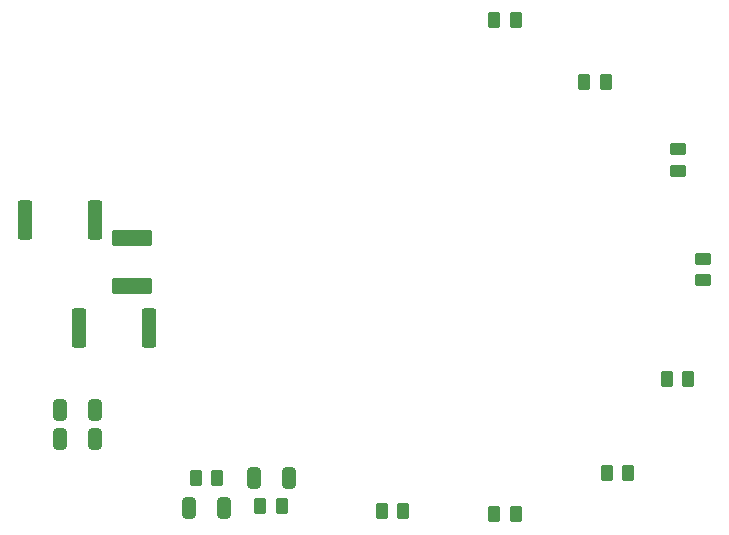
<source format=gbr>
%TF.GenerationSoftware,KiCad,Pcbnew,7.0.2-27-g7a50654f3b*%
%TF.CreationDate,2023-06-01T09:40:15-07:00*%
%TF.ProjectId,14_pin_pmt_Rev2,31345f70-696e-45f7-906d-745f52657632,rev?*%
%TF.SameCoordinates,Original*%
%TF.FileFunction,Paste,Top*%
%TF.FilePolarity,Positive*%
%FSLAX46Y46*%
G04 Gerber Fmt 4.6, Leading zero omitted, Abs format (unit mm)*
G04 Created by KiCad (PCBNEW 7.0.2-27-g7a50654f3b) date 2023-06-01 09:40:15*
%MOMM*%
%LPD*%
G01*
G04 APERTURE LIST*
G04 Aperture macros list*
%AMRoundRect*
0 Rectangle with rounded corners*
0 $1 Rounding radius*
0 $2 $3 $4 $5 $6 $7 $8 $9 X,Y pos of 4 corners*
0 Add a 4 corners polygon primitive as box body*
4,1,4,$2,$3,$4,$5,$6,$7,$8,$9,$2,$3,0*
0 Add four circle primitives for the rounded corners*
1,1,$1+$1,$2,$3*
1,1,$1+$1,$4,$5*
1,1,$1+$1,$6,$7*
1,1,$1+$1,$8,$9*
0 Add four rect primitives between the rounded corners*
20,1,$1+$1,$2,$3,$4,$5,0*
20,1,$1+$1,$4,$5,$6,$7,0*
20,1,$1+$1,$6,$7,$8,$9,0*
20,1,$1+$1,$8,$9,$2,$3,0*%
G04 Aperture macros list end*
%ADD10RoundRect,0.250000X-0.262500X-0.450000X0.262500X-0.450000X0.262500X0.450000X-0.262500X0.450000X0*%
%ADD11RoundRect,0.250000X-0.325000X-0.650000X0.325000X-0.650000X0.325000X0.650000X-0.325000X0.650000X0*%
%ADD12RoundRect,0.250000X0.450000X-0.262500X0.450000X0.262500X-0.450000X0.262500X-0.450000X-0.262500X0*%
%ADD13RoundRect,0.250000X0.362500X1.425000X-0.362500X1.425000X-0.362500X-1.425000X0.362500X-1.425000X0*%
%ADD14RoundRect,0.249999X-1.450001X0.450001X-1.450001X-0.450001X1.450001X-0.450001X1.450001X0.450001X0*%
%ADD15RoundRect,0.250000X0.262500X0.450000X-0.262500X0.450000X-0.262500X-0.450000X0.262500X-0.450000X0*%
G04 APERTURE END LIST*
D10*
%TO.C,R6*%
X188571500Y-101346000D03*
X190396500Y-101346000D03*
%TD*%
D11*
%TO.C,C5*%
X137209000Y-104013000D03*
X140159000Y-104013000D03*
%TD*%
%TO.C,C4*%
X137209000Y-106426000D03*
X140159000Y-106426000D03*
%TD*%
D12*
%TO.C,R5*%
X191643000Y-92987500D03*
X191643000Y-91162500D03*
%TD*%
D13*
%TO.C,R13-DNP*%
X140122500Y-87884000D03*
X134197500Y-87884000D03*
%TD*%
D10*
%TO.C,R11*%
X148693500Y-109728000D03*
X150518500Y-109728000D03*
%TD*%
D13*
%TO.C,R12*%
X144694500Y-97028000D03*
X138769500Y-97028000D03*
%TD*%
D14*
%TO.C,C3*%
X143256000Y-89390000D03*
X143256000Y-93490000D03*
%TD*%
D10*
%TO.C,R7*%
X183491500Y-109347000D03*
X185316500Y-109347000D03*
%TD*%
D11*
%TO.C,C1*%
X153592000Y-109728000D03*
X156542000Y-109728000D03*
%TD*%
%TO.C,C2*%
X148131000Y-112268000D03*
X151081000Y-112268000D03*
%TD*%
D10*
%TO.C,R10*%
X154154500Y-112141000D03*
X155979500Y-112141000D03*
%TD*%
%TO.C,R9*%
X164441500Y-112522000D03*
X166266500Y-112522000D03*
%TD*%
D15*
%TO.C,R3*%
X183388000Y-76200000D03*
X181563000Y-76200000D03*
%TD*%
D10*
%TO.C,R8*%
X173966500Y-112776000D03*
X175791500Y-112776000D03*
%TD*%
D15*
%TO.C,R2*%
X175768000Y-70993000D03*
X173943000Y-70993000D03*
%TD*%
D12*
%TO.C,R4*%
X189484000Y-83716500D03*
X189484000Y-81891500D03*
%TD*%
M02*

</source>
